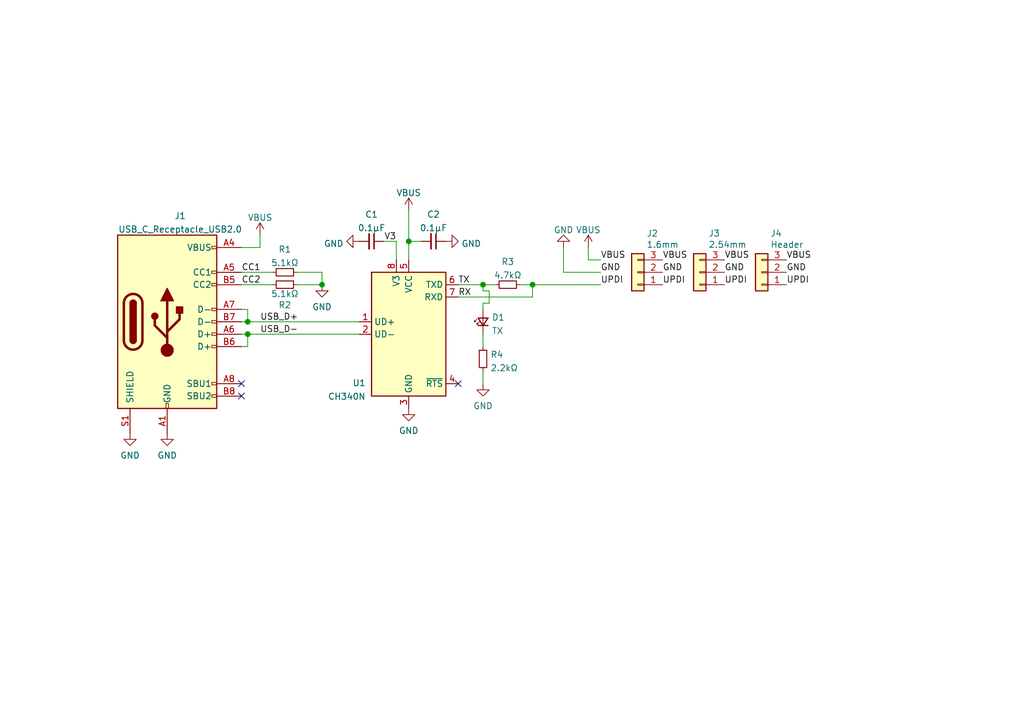
<source format=kicad_sch>
(kicad_sch (version 20210621) (generator eeschema)
  (paper "A5")
  (title_block (title "updi pogo-pin programmer") (date "2021-09-18") (company "ansemjo"))
  (lib_symbols
    (symbol "Connector:USB_C_Receptacle_USB2.0" (pin_names (offset 1.016))
      (property "Reference" "J" (at -10.16 19.05 0))
      (property "Value" "USB_C_Receptacle_USB2.0" (at 19.05 19.05 0))
      (symbol "USB_C_Receptacle_USB2.0_0_0"
        (rectangle (start -0.254 -17.78) (end 0.254 -16.764))
        (rectangle (start 10.16 -14.986) (end 9.144 -15.494))
        (rectangle (start 10.16 -12.446) (end 9.144 -12.954))
        (rectangle (start 10.16 -4.826) (end 9.144 -5.334))
        (rectangle (start 10.16 -2.286) (end 9.144 -2.794))
        (rectangle (start 10.16 0.254) (end 9.144 -0.254))
        (rectangle (start 10.16 2.794) (end 9.144 2.286))
        (rectangle (start 10.16 7.874) (end 9.144 7.366))
        (rectangle (start 10.16 10.414) (end 9.144 9.906))
        (rectangle (start 10.16 15.494) (end 9.144 14.986))
      )
      (symbol "USB_C_Receptacle_USB2.0_0_1"
        (arc (start -8.89 -3.81) (end -5.08 -3.81) (radius (at -6.985 -3.81) (length 1.905) (angles -179.9 -0.1)) (stroke (width 0.508)))
        (arc (start -7.62 -3.81) (end -6.35 -3.81) (radius (at -6.985 -3.81) (length 0.635) (angles -179.9 -0.1)) (stroke (width 0.254)))
        (arc (start -6.35 3.81) (end -7.62 3.81) (radius (at -6.985 3.81) (length 0.635) (angles 0.1 179.9)) (stroke (width 0.254)))
        (arc (start -5.08 3.81) (end -8.89 3.81) (radius (at -6.985 3.81) (length 1.905) (angles 0.1 179.9)) (stroke (width 0.508)))
        (arc (start -7.62 -3.81) (end -6.35 -3.81) (radius (at -6.985 -3.81) (length 0.635) (angles -179.9 -0.1)) (stroke (width 0.254)) (fill (type outline)))
        (arc (start -6.35 3.81) (end -7.62 3.81) (radius (at -6.985 3.81) (length 0.635) (angles 0.1 179.9)) (stroke (width 0.254)) (fill (type outline)))
        (circle (center -2.54 1.143) (radius 0.635) (stroke (width 0.254)) (fill (type outline)))
        (circle (center 0 -5.842) (radius 1.27) (fill (type outline)))
        (rectangle (start -7.62 -3.81) (end -6.35 3.81) (stroke (width 0.254)) (fill (type outline)))
        (rectangle (start 1.905 1.778) (end 3.175 3.048) (stroke (width 0.254)) (fill (type outline)))
        (rectangle (start -10.16 17.78) (end 10.16 -17.78) (stroke (width 0.254)) (fill (type background)))
        (polyline (pts (xy -8.89 -3.81) (xy -8.89 3.81)) (stroke (width 0.508)))
        (polyline (pts (xy -5.08 3.81) (xy -5.08 -3.81)) (stroke (width 0.508)))
        (polyline (pts (xy 0 -5.842) (xy 0 4.318)) (stroke (width 0.508)))
        (polyline (pts (xy 0 -3.302) (xy -2.54 -0.762) (xy -2.54 0.508)) (stroke (width 0.508)))
        (polyline (pts (xy 0 -2.032) (xy 2.54 0.508) (xy 2.54 1.778)) (stroke (width 0.508)))
        (polyline (pts (xy -1.27 4.318) (xy 0 6.858) (xy 1.27 4.318) (xy -1.27 4.318)) (stroke (width 0.254)) (fill (type outline)))
      )
      (symbol "USB_C_Receptacle_USB2.0_1_1"
        (pin passive line (at 0 -22.86 90) (length 5.08) (name "GND") (number "A1"))
        (pin passive line (at 0 -22.86 90) (length 5.08) hide (name "GND") (number "A12"))
        (pin passive line (at 15.24 15.24 180) (length 5.08) (name "VBUS") (number "A4"))
        (pin bidirectional line (at 15.24 10.16 180) (length 5.08) (name "CC1") (number "A5"))
        (pin bidirectional line (at 15.24 -2.54 180) (length 5.08) (name "D+") (number "A6"))
        (pin bidirectional line (at 15.24 2.54 180) (length 5.08) (name "D-") (number "A7"))
        (pin bidirectional line (at 15.24 -12.7 180) (length 5.08) (name "SBU1") (number "A8"))
        (pin passive line (at 15.24 15.24 180) (length 5.08) hide (name "VBUS") (number "A9"))
        (pin passive line (at 0 -22.86 90) (length 5.08) hide (name "GND") (number "B1"))
        (pin passive line (at 0 -22.86 90) (length 5.08) hide (name "GND") (number "B12"))
        (pin passive line (at 15.24 15.24 180) (length 5.08) hide (name "VBUS") (number "B4"))
        (pin bidirectional line (at 15.24 7.62 180) (length 5.08) (name "CC2") (number "B5"))
        (pin bidirectional line (at 15.24 -5.08 180) (length 5.08) (name "D+") (number "B6"))
        (pin bidirectional line (at 15.24 0 180) (length 5.08) (name "D-") (number "B7"))
        (pin bidirectional line (at 15.24 -15.24 180) (length 5.08) (name "SBU2") (number "B8"))
        (pin passive line (at 15.24 15.24 180) (length 5.08) hide (name "VBUS") (number "B9"))
        (pin passive line (at -7.62 -22.86 90) (length 5.08) (name "SHIELD") (number "S1"))
      )
    )
    (symbol "Connector_Generic:Conn_01x03" (pin_names (offset 1.016) hide)
      (property "Reference" "J" (at 0 5.08 0))
      (property "Value" "Conn_01x03" (at 0 -5.08 0))
      (symbol "Conn_01x03_1_1"
        (rectangle (start -1.27 -2.413) (end 0 -2.667) (stroke (width 0.1524)))
        (rectangle (start -1.27 0.127) (end 0 -0.127) (stroke (width 0.1524)))
        (rectangle (start -1.27 2.667) (end 0 2.413) (stroke (width 0.1524)))
        (rectangle (start -1.27 3.81) (end 1.27 -3.81) (stroke (width 0.254)) (fill (type background)))
        (pin passive line (at -5.08 2.54 0) (length 3.81) (name "Pin_1") (number "1"))
        (pin passive line (at -5.08 0 0) (length 3.81) (name "Pin_2") (number "2"))
        (pin passive line (at -5.08 -2.54 0) (length 3.81) (name "Pin_3") (number "3"))
      )
    )
    (symbol "Device:C_Small" (pin_numbers hide) (pin_names (offset 0.254) hide)
      (property "Reference" "C" (at 0.254 1.778 0))
      (property "Value" "C_Small" (at 0.254 -2.032 0))
      (symbol "C_Small_0_1"
        (polyline (pts (xy -1.524 -0.508) (xy 1.524 -0.508)) (stroke (width 0.3302)))
        (polyline (pts (xy -1.524 0.508) (xy 1.524 0.508)) (stroke (width 0.3048)))
      )
      (symbol "C_Small_1_1"
        (pin passive line (at 0 2.54 270) (length 2.032) (name "~") (number "1"))
        (pin passive line (at 0 -2.54 90) (length 2.032) (name "~") (number "2"))
      )
    )
    (symbol "Device:LED_Small" (pin_numbers hide) (pin_names (offset 0.254) hide)
      (property "Reference" "D" (at -1.27 3.175 0))
      (property "Value" "LED_Small" (at -4.445 -2.54 0))
      (symbol "LED_Small_0_1"
        (polyline (pts (xy -0.762 -1.016) (xy -0.762 1.016)) (stroke (width 0.254)))
        (polyline (pts (xy 1.016 0) (xy -0.762 0)))
        (polyline (pts (xy 0.762 -1.016) (xy -0.762 0) (xy 0.762 1.016) (xy 0.762 -1.016)) (stroke (width 0.254)))
        (polyline (pts (xy 0 0.762) (xy -0.508 1.27) (xy -0.254 1.27) (xy -0.508 1.27) (xy -0.508 1.016)))
        (polyline (pts (xy 0.508 1.27) (xy 0 1.778) (xy 0.254 1.778) (xy 0 1.778) (xy 0 1.524)))
      )
      (symbol "LED_Small_1_1"
        (pin passive line (at -2.54 0 0) (length 1.778) (name "K") (number "1"))
        (pin passive line (at 2.54 0 180) (length 1.778) (name "A") (number "2"))
      )
    )
    (symbol "Device:R_Small" (pin_numbers hide) (pin_names (offset 0.254) hide)
      (property "Reference" "R" (at 0.762 0.508 0))
      (property "Value" "R_Small" (at 0.762 -1.016 0))
      (symbol "R_Small_0_1"
        (rectangle (start -0.762 1.778) (end 0.762 -1.778) (stroke (width 0.2032)))
      )
      (symbol "R_Small_1_1"
        (pin passive line (at 0 2.54 270) (length 0.762) (name "~") (number "1"))
        (pin passive line (at 0 -2.54 90) (length 0.762) (name "~") (number "2"))
      )
    )
    (symbol "local:CH340N"
      (property "Reference" "U?" (at 0 -17.6436 0))
      (property "Value" "CH340N" (at 0 -20.4187 0))
      (symbol "CH340N_0_1"
        (rectangle (start -7.62 12.7) (end 7.62 -12.7) (stroke (width 0.254)) (fill (type background)))
      )
      (symbol "CH340N_1_1"
        (pin bidirectional line (at -10.16 2.54 0) (length 2.54) (name "UD+") (number "1"))
        (pin bidirectional line (at -10.16 0 0) (length 2.54) (name "UD-") (number "2"))
        (pin power_in line (at 0 -15.24 90) (length 2.54) (name "GND") (number "3"))
        (pin output line (at 10.16 -10.16 180) (length 2.54) (name "~{RTS}") (number "4"))
        (pin power_in line (at 0 15.24 270) (length 2.54) (name "VCC") (number "5"))
        (pin output line (at 10.16 10.16 180) (length 2.54) (name "TXD") (number "6"))
        (pin input line (at 10.16 7.62 180) (length 2.54) (name "RXD") (number "7"))
        (pin passive line (at -2.54 15.24 270) (length 2.54) (name "V3") (number "8"))
      )
    )
    (symbol "power:GND" (power) (pin_names (offset 0))
      (property "Value" "GND" (at 0 -3.81 0))
      (symbol "GND_0_1"
        (polyline (pts (xy 0 0) (xy 0 -1.27) (xy 1.27 -1.27) (xy 0 -2.54) (xy -1.27 -1.27) (xy 0 -1.27)))
      )
      (symbol "GND_1_1"
        (pin power_in line (at 0 0 270) (length 0) hide (name "GND") (number "1"))
      )
    )
    (symbol "power:VBUS" (power) (pin_names (offset 0))
      (property "Value" "VBUS" (at 0 3.81 0))
      (symbol "VBUS_0_1"
        (polyline (pts (xy -0.762 1.27) (xy 0 2.54)))
        (polyline (pts (xy 0 0) (xy 0 2.54)))
        (polyline (pts (xy 0 2.54) (xy 0.762 1.27)))
      )
      (symbol "VBUS_1_1"
        (pin power_in line (at 0 0 90) (length 0) hide (name "VBUS") (number "1"))
      )
    )
  )
  (junction (at 50.8 66.04) (diameter 1.016))
  (junction (at 50.8 68.58) (diameter 1.016))
  (junction (at 66.04 58.42) (diameter 1.016))
  (junction (at 83.82 49.53) (diameter 1.016))
  (junction (at 99.06 58.42) (diameter 1.016))
  (junction (at 109.22 58.42) (diameter 1.016))
  (no_connect (at 49.53 78.74))
  (no_connect (at 49.53 81.28))
  (no_connect (at 93.98 78.74))
  (wire (pts (xy 49.53 50.8) (xy 53.34 50.8)))
  (wire (pts (xy 49.53 55.88) (xy 55.88 55.88)))
  (wire (pts (xy 49.53 58.42) (xy 55.88 58.42)))
  (wire (pts (xy 49.53 63.5) (xy 50.8 63.5)))
  (wire (pts (xy 49.53 66.04) (xy 50.8 66.04)))
  (wire (pts (xy 49.53 68.58) (xy 50.8 68.58)))
  (wire (pts (xy 49.53 71.12) (xy 50.8 71.12)))
  (wire (pts (xy 50.8 63.5) (xy 50.8 66.04)))
  (wire (pts (xy 50.8 66.04) (xy 73.66 66.04)))
  (wire (pts (xy 50.8 68.58) (xy 73.66 68.58)))
  (wire (pts (xy 50.8 71.12) (xy 50.8 68.58)))
  (wire (pts (xy 53.34 50.8) (xy 53.34 48.26)))
  (wire (pts (xy 60.96 55.88) (xy 66.04 55.88)))
  (wire (pts (xy 60.96 58.42) (xy 66.04 58.42)))
  (wire (pts (xy 66.04 55.88) (xy 66.04 58.42)))
  (wire (pts (xy 81.28 49.53) (xy 78.74 49.53)))
  (wire (pts (xy 81.28 49.53) (xy 81.28 53.34)))
  (wire (pts (xy 83.82 43.18) (xy 83.82 49.53)))
  (wire (pts (xy 83.82 49.53) (xy 83.82 53.34)))
  (wire (pts (xy 83.82 49.53) (xy 86.36 49.53)))
  (wire (pts (xy 93.98 58.42) (xy 99.06 58.42)))
  (wire (pts (xy 93.98 60.96) (xy 109.22 60.96)))
  (wire (pts (xy 99.06 58.42) (xy 99.06 59.69)))
  (wire (pts (xy 99.06 58.42) (xy 101.6 58.42)))
  (wire (pts (xy 99.06 59.69) (xy 100.33 59.69)))
  (wire (pts (xy 99.06 62.23) (xy 99.06 63.5)))
  (wire (pts (xy 99.06 68.58) (xy 99.06 71.12)))
  (wire (pts (xy 99.06 76.2) (xy 99.06 78.74)))
  (wire (pts (xy 100.33 59.69) (xy 100.33 62.23)))
  (wire (pts (xy 100.33 62.23) (xy 99.06 62.23)))
  (wire (pts (xy 106.68 58.42) (xy 109.22 58.42)))
  (wire (pts (xy 109.22 58.42) (xy 123.19 58.42)))
  (wire (pts (xy 109.22 60.96) (xy 109.22 58.42)))
  (wire (pts (xy 115.57 50.8) (xy 115.57 55.88)))
  (wire (pts (xy 115.57 55.88) (xy 123.19 55.88)))
  (wire (pts (xy 120.65 53.34) (xy 120.65 50.8)))
  (wire (pts (xy 120.65 53.34) (xy 123.19 53.34)))
  (label "CC1" (at 49.53 55.88 0))
  (label "CC2" (at 49.53 58.42 0))
  (label "USB_D+" (at 53.34 66.04 0))
  (label "USB_D-" (at 53.34 68.58 0))
  (label "V3" (at 81.28 49.53 180))
  (label "TX" (at 93.98 58.42 0))
  (label "RX" (at 93.98 60.96 0))
  (label "VBUS" (at 123.19 53.34 0))
  (label "GND" (at 123.19 55.88 0))
  (label "UPDI" (at 123.19 58.42 0))
  (label "VBUS" (at 135.89 53.34 0))
  (label "GND" (at 135.89 55.88 0))
  (label "UPDI" (at 135.89 58.42 0))
  (label "VBUS" (at 148.59 53.34 0))
  (label "GND" (at 148.59 55.88 0))
  (label "UPDI" (at 148.59 58.42 0))
  (label "VBUS" (at 161.29 53.34 0))
  (label "GND" (at 161.29 55.88 0))
  (label "UPDI" (at 161.29 58.42 0))
  (symbol (lib_id "power:VBUS") (at 53.34 48.26 0) (unit 1)
    (property "Reference" "#PWR04" (effects hide))
    (property "Value" "VBUS" (at 53.34 44.6554 0))
  )
  (symbol (lib_id "power:VBUS") (at 83.82 43.18 0) (unit 1)
    (property "Reference" "#PWR08" (effects hide))
    (property "Value" "VBUS" (at 83.82 39.5754 0))
  )
  (symbol (lib_id "power:VBUS") (at 120.65 50.8 0) (unit 1)
    (property "Reference" "#PWR011" (effects hide))
    (property "Value" "VBUS" (at 120.65 47.1954 0))
  )
  (symbol (lib_id "power:GND") (at 26.67 88.9 0) (unit 1)
    (property "Reference" "#PWR01" (effects hide))
    (property "Value" "GND" (at 26.67 93.4626 0))
  )
  (symbol (lib_id "power:GND") (at 34.29 88.9 0) (unit 1)
    (property "Reference" "#PWR02" (effects hide))
    (property "Value" "GND" (at 34.29 93.4626 0))
  )
  (symbol (lib_id "power:GND") (at 66.04 58.42 0) (unit 1)
    (property "Reference" "#PWR06" (effects hide))
    (property "Value" "GND" (at 66.04 62.9826 0))
  )
  (symbol (lib_id "power:GND") (at 73.66 49.53 270) (unit 1)
    (property "Reference" "#PWR07" (effects hide))
    (property "Value" "GND" (at 70.485 50.009 90) (effects (justify right)))
  )
  (symbol (lib_id "power:GND") (at 83.82 83.82 0) (unit 1)
    (property "Reference" "#PWR09" (effects hide))
    (property "Value" "GND" (at 83.82 88.3826 0))
  )
  (symbol (lib_id "power:GND") (at 91.44 49.53 90) (unit 1)
    (property "Reference" "#PWR010" (effects hide))
    (property "Value" "GND" (at 94.6151 50.009 90) (effects (justify right)))
  )
  (symbol (lib_id "power:GND") (at 99.06 78.74 0) (unit 1)
    (property "Reference" "#PWR0101" (effects hide))
    (property "Value" "GND" (at 99.06 83.3026 0))
  )
  (symbol (lib_id "power:GND") (at 115.57 50.8 180) (unit 1)
    (property "Reference" "#PWR012" (effects hide))
    (property "Value" "GND" (at 115.57 47.1954 0))
  )
  (symbol (lib_id "Device:R_Small") (at 58.42 55.88 90) (unit 1)
    (property "Reference" "R1" (at 58.42 51.1768 90))
    (property "Value" "5.1kΩ" (at 58.42 53.9519 90))
    (property "Footprint" "Resistor_SMD:R_0805_2012Metric_Pad1.20x1.40mm_HandSolder" (effects hide))
  )
  (symbol (lib_id "Device:R_Small") (at 58.42 58.42 270) (unit 1)
    (property "Reference" "R2" (at 58.42 62.6068 90))
    (property "Value" "5.1kΩ" (at 58.42 60.3019 90))
    (property "Footprint" "Resistor_SMD:R_0805_2012Metric_Pad1.20x1.40mm_HandSolder" (effects hide))
  )
  (symbol (lib_id "Device:R_Small") (at 99.06 73.66 180) (unit 1)
    (property "Reference" "R4" (at 100.5587 72.7515 0) (effects (justify right)))
    (property "Value" "2.2kΩ" (at 100.5587 75.5266 0) (effects (justify right)))
    (property "Footprint" "Resistor_SMD:R_0805_2012Metric_Pad1.20x1.40mm_HandSolder" (effects hide))
  )
  (symbol (lib_id "Device:R_Small") (at 104.14 58.42 90) (unit 1)
    (property "Reference" "R3" (at 104.14 53.7168 90))
    (property "Value" "4.7kΩ" (at 104.14 56.4919 90))
    (property "Footprint" "Resistor_SMD:R_0805_2012Metric_Pad1.20x1.40mm_HandSolder" (effects hide))
  )
  (symbol (lib_id "Device:LED_Small") (at 99.06 66.04 90) (unit 1)
    (property "Reference" "D1" (at 100.8381 65.1315 90) (effects (justify right)))
    (property "Value" "TX" (at 100.8381 67.9066 90) (effects (justify right)))
    (property "Footprint" "LED_SMD:LED_0805_2012Metric_Pad1.15x1.40mm_HandSolder" (effects hide))
  )
  (symbol (lib_id "Device:C_Small") (at 76.2 49.53 270) (unit 1)
    (property "Reference" "C1" (at 76.2 44.0013 90))
    (property "Value" "0.1µF" (at 76.2 46.7764 90))
    (property "Footprint" "Capacitor_SMD:C_0805_2012Metric_Pad1.18x1.45mm_HandSolder" (effects hide))
  )
  (symbol (lib_id "Device:C_Small") (at 88.9 49.53 270) (unit 1)
    (property "Reference" "C2" (at 88.9 44.0013 90))
    (property "Value" "0.1µF" (at 88.9 46.7764 90))
    (property "Footprint" "Capacitor_SMD:C_0805_2012Metric_Pad1.18x1.45mm_HandSolder" (effects hide))
  )
  (symbol (lib_id "Connector_Generic:Conn_01x03") (at 130.81 55.88 180) (unit 1)
    (property "Reference" "J2" (at 132.5879 47.8985 0) (effects (justify right)))
    (property "Value" "1.6mm" (at 132.5879 50.2034 0) (effects (justify right)))
    (property "Footprint" "local:PogoPins_1.6mm" (effects hide))
  )
  (symbol (lib_id "Connector_Generic:Conn_01x03") (at 143.51 55.88 180) (unit 1)
    (property "Reference" "J3" (at 145.2879 47.8985 0) (effects (justify right)))
    (property "Value" "2.54mm" (at 145.2879 50.2034 0) (effects (justify right)))
    (property "Footprint" "local:PogoPins_2.54mm" (effects hide))
  )
  (symbol (lib_id "Connector_Generic:Conn_01x03") (at 156.21 55.88 180) (unit 1)
    (property "Reference" "J4" (at 157.9879 47.8985 0) (effects (justify right)))
    (property "Value" "Header" (at 157.9879 50.2034 0) (effects (justify right)))
    (property "Footprint" "local:CustomPinHeader_1x03_P2.54mm_Horizontal" (effects hide))
  )
  (symbol (lib_id "local:CH340N") (at 83.82 68.58 0) (unit 1)
    (property "Reference" "U1" (at 73.66 78.6036 0))
    (property "Value" "CH340N" (at 71.12 81.3787 0))
    (property "Footprint" "Package_SO:SOP-8_3.9x4.9mm_P1.27mm" (effects hide))
    (property "Datasheet" "http://www.wch-ic.com/downloads/file/79.html" (effects hide))
  )
  (symbol (lib_id "Connector:USB_C_Receptacle_USB2.0") (at 34.29 66.04 0) (unit 1)
    (property "Reference" "J1" (at 36.957 44.2934 0))
    (property "Value" "USB_C_Receptacle_USB2.0" (at 36.957 47.0685 0))
    (property "Footprint" "Connector_USB:USB_C_Receptacle_HRO_TYPE-C-31-M-12" (effects hide))
    (property "Datasheet" "https://www.usb.org/sites/default/files/documents/usb_type-c.zip" (effects hide))
  )
)
</source>
